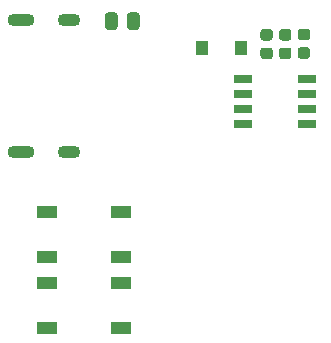
<source format=gbr>
%TF.GenerationSoftware,KiCad,Pcbnew,(5.1.6)-1*%
%TF.CreationDate,2020-05-31T03:06:52+03:00*%
%TF.ProjectId,Project,50726f6a-6563-4742-9e6b-696361645f70,rev?*%
%TF.SameCoordinates,Original*%
%TF.FileFunction,Soldermask,Top*%
%TF.FilePolarity,Negative*%
%FSLAX46Y46*%
G04 Gerber Fmt 4.6, Leading zero omitted, Abs format (unit mm)*
G04 Created by KiCad (PCBNEW (5.1.6)-1) date 2020-05-31 03:06:52*
%MOMM*%
%LPD*%
G01*
G04 APERTURE LIST*
%ADD10R,1.000000X1.300000*%
%ADD11R,1.625000X0.750000*%
%ADD12R,1.800000X1.100000*%
%ADD13O,1.900000X1.100000*%
%ADD14O,2.300000X1.100000*%
G04 APERTURE END LIST*
D10*
%TO.C,D9*%
X83336400Y-86004400D03*
X80036400Y-86004400D03*
%TD*%
D11*
%TO.C,IC1*%
X88919600Y-92430600D03*
X88919600Y-91160600D03*
X88919600Y-89890600D03*
X88919600Y-88620600D03*
X83495600Y-88620600D03*
X83495600Y-89890600D03*
X83495600Y-91160600D03*
X83495600Y-92430600D03*
%TD*%
%TO.C,F1*%
G36*
G01*
X74754000Y-83237150D02*
X74754000Y-84199650D01*
G75*
G02*
X74485250Y-84468400I-268750J0D01*
G01*
X73947750Y-84468400D01*
G75*
G02*
X73679000Y-84199650I0J268750D01*
G01*
X73679000Y-83237150D01*
G75*
G02*
X73947750Y-82968400I268750J0D01*
G01*
X74485250Y-82968400D01*
G75*
G02*
X74754000Y-83237150I0J-268750D01*
G01*
G37*
G36*
G01*
X72879000Y-83237150D02*
X72879000Y-84199650D01*
G75*
G02*
X72610250Y-84468400I-268750J0D01*
G01*
X72072750Y-84468400D01*
G75*
G02*
X71804000Y-84199650I0J268750D01*
G01*
X71804000Y-83237150D01*
G75*
G02*
X72072750Y-82968400I268750J0D01*
G01*
X72610250Y-82968400D01*
G75*
G02*
X72879000Y-83237150I0J-268750D01*
G01*
G37*
%TD*%
D12*
%TO.C,SW2*%
X66877800Y-99852400D03*
X73177800Y-99852400D03*
X66877800Y-103652400D03*
X73177800Y-103652400D03*
%TD*%
%TO.C,SW3*%
X73177800Y-109723000D03*
X66877800Y-109723000D03*
X73177800Y-105923000D03*
X66877800Y-105923000D03*
%TD*%
D13*
%TO.C,USB1*%
X68744600Y-94831400D03*
X68744600Y-83591400D03*
D14*
X64744600Y-94831400D03*
X64744600Y-83591400D03*
%TD*%
%TO.C,C7*%
G36*
G01*
X85782730Y-85358960D02*
X85220230Y-85358960D01*
G75*
G02*
X84976480Y-85115210I0J243750D01*
G01*
X84976480Y-84627710D01*
G75*
G02*
X85220230Y-84383960I243750J0D01*
G01*
X85782730Y-84383960D01*
G75*
G02*
X86026480Y-84627710I0J-243750D01*
G01*
X86026480Y-85115210D01*
G75*
G02*
X85782730Y-85358960I-243750J0D01*
G01*
G37*
G36*
G01*
X85782730Y-86933960D02*
X85220230Y-86933960D01*
G75*
G02*
X84976480Y-86690210I0J243750D01*
G01*
X84976480Y-86202710D01*
G75*
G02*
X85220230Y-85958960I243750J0D01*
G01*
X85782730Y-85958960D01*
G75*
G02*
X86026480Y-86202710I0J-243750D01*
G01*
X86026480Y-86690210D01*
G75*
G02*
X85782730Y-86933960I-243750J0D01*
G01*
G37*
%TD*%
%TO.C,C8*%
G36*
G01*
X87357530Y-86933960D02*
X86795030Y-86933960D01*
G75*
G02*
X86551280Y-86690210I0J243750D01*
G01*
X86551280Y-86202710D01*
G75*
G02*
X86795030Y-85958960I243750J0D01*
G01*
X87357530Y-85958960D01*
G75*
G02*
X87601280Y-86202710I0J-243750D01*
G01*
X87601280Y-86690210D01*
G75*
G02*
X87357530Y-86933960I-243750J0D01*
G01*
G37*
G36*
G01*
X87357530Y-85358960D02*
X86795030Y-85358960D01*
G75*
G02*
X86551280Y-85115210I0J243750D01*
G01*
X86551280Y-84627710D01*
G75*
G02*
X86795030Y-84383960I243750J0D01*
G01*
X87357530Y-84383960D01*
G75*
G02*
X87601280Y-84627710I0J-243750D01*
G01*
X87601280Y-85115210D01*
G75*
G02*
X87357530Y-85358960I-243750J0D01*
G01*
G37*
%TD*%
%TO.C,C9*%
G36*
G01*
X88932330Y-85333660D02*
X88369830Y-85333660D01*
G75*
G02*
X88126080Y-85089910I0J243750D01*
G01*
X88126080Y-84602410D01*
G75*
G02*
X88369830Y-84358660I243750J0D01*
G01*
X88932330Y-84358660D01*
G75*
G02*
X89176080Y-84602410I0J-243750D01*
G01*
X89176080Y-85089910D01*
G75*
G02*
X88932330Y-85333660I-243750J0D01*
G01*
G37*
G36*
G01*
X88932330Y-86908660D02*
X88369830Y-86908660D01*
G75*
G02*
X88126080Y-86664910I0J243750D01*
G01*
X88126080Y-86177410D01*
G75*
G02*
X88369830Y-85933660I243750J0D01*
G01*
X88932330Y-85933660D01*
G75*
G02*
X89176080Y-86177410I0J-243750D01*
G01*
X89176080Y-86664910D01*
G75*
G02*
X88932330Y-86908660I-243750J0D01*
G01*
G37*
%TD*%
M02*

</source>
